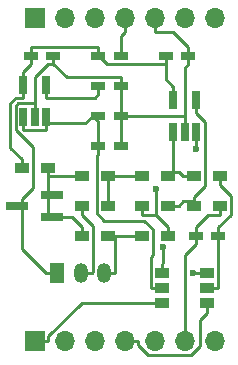
<source format=gtl>
G04 #@! TF.FileFunction,Copper,L1,Top,Signal*
%FSLAX46Y46*%
G04 Gerber Fmt 4.6, Leading zero omitted, Abs format (unit mm)*
G04 Created by KiCad (PCBNEW 4.0.7-e1-6374~58~ubuntu16.04.1) date Wed Aug  2 21:48:17 2017*
%MOMM*%
%LPD*%
G01*
G04 APERTURE LIST*
%ADD10C,0.100000*%
%ADD11R,1.200000X0.750000*%
%ADD12R,1.200000X1.700000*%
%ADD13O,1.200000X1.700000*%
%ADD14R,1.270000X0.970000*%
%ADD15R,1.200000X0.900000*%
%ADD16R,0.650000X1.560000*%
%ADD17R,1.700000X1.700000*%
%ADD18O,1.700000X1.700000*%
%ADD19R,1.900000X0.800000*%
%ADD20C,0.600000*%
%ADD21C,0.250000*%
G04 APERTURE END LIST*
D10*
D11*
X157165000Y-96520000D03*
X159065000Y-96520000D03*
X161605000Y-111760000D03*
X159705000Y-111760000D03*
X151450000Y-104140000D03*
X153350000Y-104140000D03*
X151450000Y-101600000D03*
X153350000Y-101600000D03*
X151450000Y-99060000D03*
X153350000Y-99060000D03*
X145735000Y-96520000D03*
X147635000Y-96520000D03*
X151450000Y-96520000D03*
X153350000Y-96520000D03*
D12*
X147955000Y-114935000D03*
D13*
X149955000Y-114935000D03*
X151955000Y-114935000D03*
D14*
X160655000Y-114935000D03*
X160655000Y-116205000D03*
X160655000Y-117475000D03*
X156845000Y-114935000D03*
X156845000Y-116205000D03*
X156845000Y-117475000D03*
D15*
X150030000Y-111760000D03*
X152230000Y-111760000D03*
X150030000Y-106680000D03*
X152230000Y-106680000D03*
X152230000Y-109220000D03*
X150030000Y-109220000D03*
X157310000Y-106680000D03*
X155110000Y-106680000D03*
X155110000Y-111760000D03*
X157310000Y-111760000D03*
X157310000Y-109220000D03*
X155110000Y-109220000D03*
X159555000Y-106680000D03*
X161755000Y-106680000D03*
X144950000Y-106045000D03*
X147150000Y-106045000D03*
X161755000Y-109220000D03*
X159555000Y-109220000D03*
D16*
X157800000Y-102950000D03*
X158750000Y-102950000D03*
X159700000Y-102950000D03*
X159700000Y-100250000D03*
X157800000Y-100250000D03*
X145100000Y-101680000D03*
X146050000Y-101680000D03*
X147000000Y-101680000D03*
X147000000Y-98980000D03*
X145100000Y-98980000D03*
D17*
X146050000Y-120650000D03*
D18*
X148590000Y-120650000D03*
X151130000Y-120650000D03*
X153670000Y-120650000D03*
X156210000Y-120650000D03*
X158750000Y-120650000D03*
X161290000Y-120650000D03*
D17*
X146050000Y-93345000D03*
D18*
X148590000Y-93345000D03*
X151130000Y-93345000D03*
X153670000Y-93345000D03*
X156210000Y-93345000D03*
X158750000Y-93345000D03*
X161290000Y-93345000D03*
D19*
X147550000Y-110170000D03*
X147550000Y-108270000D03*
X144550000Y-109220000D03*
D20*
X159447500Y-114917100D03*
X156890100Y-112723300D03*
X159700000Y-104454700D03*
X156320600Y-107834100D03*
D21*
X145100000Y-97855300D02*
X145735000Y-97220300D01*
X145100000Y-98980000D02*
X145100000Y-97855300D01*
X145735000Y-96520000D02*
X145735000Y-97220300D01*
X144950000Y-106045000D02*
X144950000Y-105269700D01*
X145100000Y-98980000D02*
X145100000Y-100085300D01*
X151450000Y-95819700D02*
X145735000Y-95819700D01*
X145735000Y-96520000D02*
X145735000Y-95819700D01*
X151450000Y-96169800D02*
X151450000Y-96307600D01*
X151450000Y-96169800D02*
X151450000Y-95819700D01*
X143999400Y-104319100D02*
X144950000Y-105269700D01*
X143999400Y-100549000D02*
X143999400Y-104319100D01*
X144463100Y-100085300D02*
X143999400Y-100549000D01*
X145100000Y-100085300D02*
X144463100Y-100085300D01*
X151450000Y-96520000D02*
X151450000Y-96471000D01*
X151450000Y-96471000D02*
X151450000Y-96307600D01*
X152199300Y-97220300D02*
X157165000Y-97220300D01*
X151450000Y-96471000D02*
X152199300Y-97220300D01*
X157165000Y-96520000D02*
X157165000Y-97220300D01*
X157165000Y-98509700D02*
X157165000Y-97220300D01*
X157800000Y-99144700D02*
X157165000Y-98509700D01*
X157800000Y-100250000D02*
X157800000Y-99144700D01*
X153350000Y-94840300D02*
X153350000Y-96520000D01*
X153670000Y-94520300D02*
X153350000Y-94840300D01*
X153670000Y-93345000D02*
X153670000Y-94520300D01*
X159065000Y-96520000D02*
X159065000Y-97220300D01*
X147955000Y-114935000D02*
X147029700Y-114935000D01*
X157765600Y-94520300D02*
X159065000Y-95819700D01*
X156210000Y-94520300D02*
X157765600Y-94520300D01*
X156210000Y-93345000D02*
X156210000Y-94520300D01*
X159065000Y-96520000D02*
X159065000Y-95819700D01*
X153350000Y-101600000D02*
X153350000Y-104140000D01*
X144957800Y-112863100D02*
X144957800Y-109220000D01*
X147029700Y-114935000D02*
X144957800Y-112863100D01*
X144957800Y-109220000D02*
X144957800Y-108640700D01*
X158750000Y-102950000D02*
X158750000Y-101600000D01*
X158750000Y-97535300D02*
X159065000Y-97220300D01*
X158750000Y-101600000D02*
X158750000Y-97535300D01*
X158750000Y-101600000D02*
X153350000Y-101600000D01*
X153350000Y-101600000D02*
X153350000Y-100899700D01*
X147635000Y-96520000D02*
X147635000Y-97220300D01*
X153350000Y-99060000D02*
X153350000Y-100899700D01*
X148774400Y-98359700D02*
X147635000Y-97220300D01*
X153350000Y-98359700D02*
X148774400Y-98359700D01*
X153350000Y-99060000D02*
X153350000Y-98359700D01*
X147147400Y-97220300D02*
X147635000Y-97220300D01*
X146050000Y-98317700D02*
X147147400Y-97220300D01*
X146050000Y-100535600D02*
X146050000Y-98317700D01*
X144649700Y-100535600D02*
X146050000Y-100535600D01*
X144449700Y-100735600D02*
X144649700Y-100535600D01*
X144449700Y-102826900D02*
X144449700Y-100735600D01*
X145875400Y-104252600D02*
X144449700Y-102826900D01*
X145875400Y-107723100D02*
X145875400Y-104252600D01*
X144957800Y-108640700D02*
X145875400Y-107723100D01*
X146050000Y-100535600D02*
X146050000Y-101680000D01*
X159676800Y-114917100D02*
X159694700Y-114935000D01*
X159447500Y-114917100D02*
X159676800Y-114917100D01*
X160655000Y-114935000D02*
X159694700Y-114935000D01*
X162680400Y-109984300D02*
X161605000Y-111059700D01*
X162680400Y-108380700D02*
X162680400Y-109984300D01*
X161755000Y-107455300D02*
X162680400Y-108380700D01*
X161755000Y-106680000D02*
X161755000Y-107455300D01*
X161605000Y-111760000D02*
X161605000Y-111059700D01*
X161615300Y-112470600D02*
X161605000Y-112460300D01*
X161615300Y-116205000D02*
X161615300Y-112470600D01*
X160655000Y-116205000D02*
X161615300Y-116205000D01*
X161605000Y-111760000D02*
X161605000Y-112460300D01*
X158750000Y-113415300D02*
X159705000Y-112460300D01*
X158750000Y-120650000D02*
X158750000Y-113415300D01*
X159705000Y-111760000D02*
X159705000Y-112460300D01*
X160769400Y-109995300D02*
X159705000Y-111059700D01*
X161755000Y-109995300D02*
X160769400Y-109995300D01*
X161755000Y-109220000D02*
X161755000Y-109995300D01*
X159705000Y-111760000D02*
X159705000Y-111059700D01*
X151304600Y-104985700D02*
X151450000Y-104840300D01*
X151304600Y-109844000D02*
X151304600Y-104985700D01*
X151934100Y-110473500D02*
X151304600Y-109844000D01*
X155333600Y-110473500D02*
X151934100Y-110473500D01*
X156041200Y-111181100D02*
X155333600Y-110473500D01*
X156041200Y-113361700D02*
X156041200Y-111181100D01*
X155884700Y-113518200D02*
X156041200Y-113361700D01*
X155884700Y-116205000D02*
X155884700Y-113518200D01*
X156845000Y-116205000D02*
X155884700Y-116205000D01*
X151450000Y-104140000D02*
X151450000Y-104840300D01*
X151450000Y-101600000D02*
X150987400Y-101600000D01*
X151450000Y-102062600D02*
X151450000Y-104140000D01*
X150987400Y-101600000D02*
X151450000Y-102062600D01*
X147000000Y-102785300D02*
X145100000Y-102785300D01*
X145100000Y-101680000D02*
X145100000Y-102785300D01*
X147000000Y-101680000D02*
X147000000Y-102232600D01*
X147000000Y-102232600D02*
X147000000Y-102785300D01*
X150354800Y-102232600D02*
X150987400Y-101600000D01*
X147000000Y-102232600D02*
X150354800Y-102232600D01*
X151125000Y-100085300D02*
X151450000Y-99760300D01*
X147000000Y-100085300D02*
X151125000Y-100085300D01*
X147000000Y-98980000D02*
X147000000Y-100085300D01*
X151450000Y-99060000D02*
X151450000Y-99760300D01*
X150955400Y-114859900D02*
X150880300Y-114935000D01*
X150955400Y-110920700D02*
X150955400Y-114859900D01*
X150030000Y-109995300D02*
X150955400Y-110920700D01*
X150030000Y-109220000D02*
X150030000Y-109995300D01*
X149955000Y-114935000D02*
X150880300Y-114935000D01*
X151955000Y-114935000D02*
X152880300Y-114935000D01*
X152880300Y-111760000D02*
X152880300Y-114935000D01*
X155110000Y-111760000D02*
X152880300Y-111760000D01*
X152880300Y-111760000D02*
X152230000Y-111760000D01*
X160020000Y-118920300D02*
X160655000Y-118285300D01*
X160020000Y-121102500D02*
X160020000Y-118920300D01*
X159281500Y-121841000D02*
X160020000Y-121102500D01*
X155669000Y-121841000D02*
X159281500Y-121841000D01*
X154845300Y-121017300D02*
X155669000Y-121841000D01*
X154845300Y-120650000D02*
X154845300Y-121017300D01*
X153670000Y-120650000D02*
X154845300Y-120650000D01*
X160655000Y-117475000D02*
X160655000Y-118285300D01*
X156890100Y-114079600D02*
X156845000Y-114124700D01*
X156890100Y-112723300D02*
X156890100Y-114079600D01*
X156845000Y-114935000D02*
X156845000Y-114124700D01*
X150033000Y-117475000D02*
X156845000Y-117475000D01*
X147225300Y-120282700D02*
X150033000Y-117475000D01*
X147225300Y-120650000D02*
X147225300Y-120282700D01*
X146050000Y-120650000D02*
X147225300Y-120650000D01*
X147142200Y-108280200D02*
X147142200Y-107675500D01*
X150030000Y-106680000D02*
X149104700Y-106680000D01*
X147150000Y-106680000D02*
X149104700Y-106680000D01*
X147150000Y-107667700D02*
X147150000Y-106680000D01*
X147142200Y-107675500D02*
X147150000Y-107667700D01*
X147150000Y-106680000D02*
X147150000Y-106045000D01*
X147142200Y-108280200D02*
X147142200Y-110159800D01*
X150030000Y-111760000D02*
X150030000Y-110984700D01*
X149205100Y-110159800D02*
X150030000Y-110984700D01*
X147142200Y-110159800D02*
X149205100Y-110159800D01*
X155110000Y-106680000D02*
X152230000Y-106680000D01*
X152230000Y-109220000D02*
X152230000Y-108444700D01*
X152230000Y-106680000D02*
X152230000Y-108444700D01*
X157800000Y-102950000D02*
X157800000Y-104055300D01*
X157800000Y-104055300D02*
X157800000Y-106355200D01*
X158304900Y-106355200D02*
X157800000Y-106355200D01*
X158629700Y-106680000D02*
X158304900Y-106355200D01*
X157634800Y-106355200D02*
X157310000Y-106680000D01*
X157800000Y-106355200D02*
X157634800Y-106355200D01*
X159555000Y-106680000D02*
X158629700Y-106680000D01*
X155110000Y-109220000D02*
X155110000Y-109995300D01*
X157310000Y-111760000D02*
X157310000Y-110984700D01*
X155110000Y-109995300D02*
X156320600Y-109995300D01*
X156320600Y-109995300D02*
X157310000Y-110984700D01*
X156320600Y-109995300D02*
X156320600Y-107834100D01*
X159700000Y-102950000D02*
X159700000Y-104454700D01*
X160480400Y-107519300D02*
X159555000Y-108444700D01*
X160480400Y-102135700D02*
X160480400Y-107519300D01*
X159700000Y-101355300D02*
X160480400Y-102135700D01*
X159700000Y-100250000D02*
X159700000Y-101355300D01*
X159555000Y-109220000D02*
X159555000Y-108832300D01*
X159555000Y-108832300D02*
X159555000Y-108444700D01*
X158623000Y-108832300D02*
X158235300Y-109220000D01*
X159555000Y-108832300D02*
X158623000Y-108832300D01*
X157310000Y-109220000D02*
X158235300Y-109220000D01*
M02*

</source>
